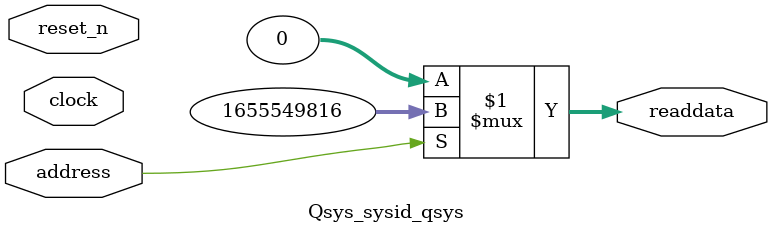
<source format=v>



// synthesis translate_off
`timescale 1ns / 1ps
// synthesis translate_on

// turn off superfluous verilog processor warnings 
// altera message_level Level1 
// altera message_off 10034 10035 10036 10037 10230 10240 10030 

module Qsys_sysid_qsys (
               // inputs:
                address,
                clock,
                reset_n,

               // outputs:
                readdata
             )
;

  output  [ 31: 0] readdata;
  input            address;
  input            clock;
  input            reset_n;

  wire    [ 31: 0] readdata;
  //control_slave, which is an e_avalon_slave
  assign readdata = address ? 1655549816 : 0;

endmodule



</source>
